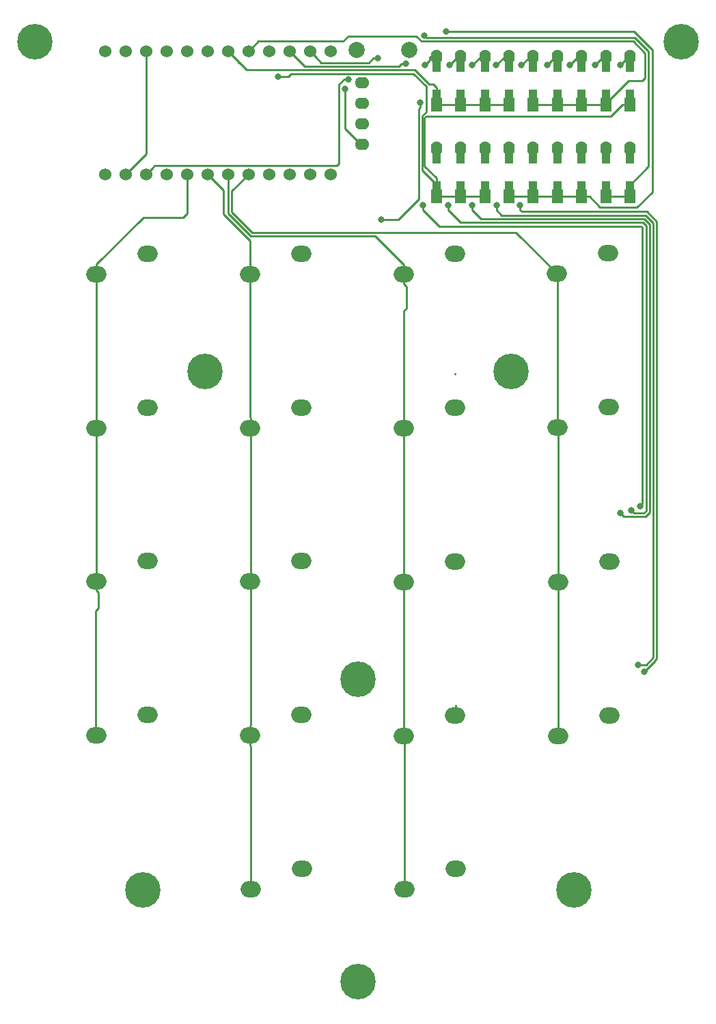
<source format=gbl>
G04 #@! TF.GenerationSoftware,KiCad,Pcbnew,(5.1.4)-1*
G04 #@! TF.CreationDate,2022-04-16T10:18:07+02:00*
G04 #@! TF.ProjectId,cici,63696369-2e6b-4696-9361-645f70636258,rev?*
G04 #@! TF.SameCoordinates,Original*
G04 #@! TF.FileFunction,Copper,L2,Bot*
G04 #@! TF.FilePolarity,Positive*
%FSLAX46Y46*%
G04 Gerber Fmt 4.6, Leading zero omitted, Abs format (unit mm)*
G04 Created by KiCad (PCBNEW (5.1.4)-1) date 2022-04-16 10:18:07*
%MOMM*%
%LPD*%
G04 APERTURE LIST*
%ADD10R,1.000000X1.400000*%
%ADD11O,1.397000X1.778000*%
%ADD12R,1.397000X1.778000*%
%ADD13C,4.400000*%
%ADD14O,2.500000X2.000000*%
%ADD15C,2.000000*%
%ADD16C,1.524000*%
%ADD17O,1.778000X1.397000*%
%ADD18C,0.800000*%
%ADD19C,0.250000*%
G04 APERTURE END LIST*
D10*
X106825000Y-33075000D03*
X106825000Y-36625000D03*
D11*
X106825000Y-31850000D03*
D12*
X106825000Y-37850000D03*
D13*
X94130000Y-146390000D03*
X134140000Y-30050000D03*
X54060000Y-30050000D03*
X120850000Y-135000000D03*
X67410000Y-135000000D03*
X94130000Y-108950000D03*
X113080000Y-70830000D03*
X75140000Y-70840000D03*
D14*
X106190000Y-132420000D03*
X99840000Y-134960000D03*
X87140000Y-132420000D03*
X80790000Y-134960000D03*
X125265000Y-113395000D03*
X118915000Y-115935000D03*
X106170000Y-113390000D03*
X99820000Y-115930000D03*
X87120000Y-113370000D03*
X80770000Y-115910000D03*
X68065000Y-113370000D03*
X61715000Y-115910000D03*
X125265000Y-94345000D03*
X118915000Y-96885000D03*
X106115000Y-94345000D03*
X99765000Y-96885000D03*
X87100000Y-94320000D03*
X80750000Y-96860000D03*
X68070000Y-94320000D03*
X61720000Y-96860000D03*
X125165000Y-75270000D03*
X118815000Y-77810000D03*
X106140000Y-75289000D03*
X99790000Y-77829000D03*
X87090000Y-75290000D03*
X80740000Y-77830000D03*
X68065000Y-75290000D03*
X61715000Y-77830000D03*
X125140000Y-56200000D03*
X118790000Y-58740000D03*
X106140000Y-56245000D03*
X99790000Y-58785000D03*
X87090000Y-56245000D03*
X80740000Y-58785000D03*
X68065000Y-56245000D03*
X61715000Y-58785000D03*
D15*
X100440000Y-31020000D03*
X93940000Y-31020000D03*
D10*
X109825000Y-44425000D03*
X109825000Y-47975000D03*
D11*
X109825000Y-43200000D03*
D12*
X109825000Y-49200000D03*
D16*
X62747000Y-46433600D03*
X65287000Y-46433600D03*
X67827000Y-46433600D03*
X70367000Y-46433600D03*
X72907000Y-46433600D03*
X75447000Y-46433600D03*
X77987000Y-46433600D03*
X80527000Y-46433600D03*
X83067000Y-46433600D03*
X85607000Y-46433600D03*
X88147000Y-46433600D03*
X90687000Y-46433600D03*
X90687000Y-31213600D03*
X88147000Y-31213600D03*
X85607000Y-31213600D03*
X83067000Y-31213600D03*
X80527000Y-31213600D03*
X77987000Y-31213600D03*
X75447000Y-31213600D03*
X72907000Y-31213600D03*
X70367000Y-31213600D03*
X67827000Y-31213600D03*
X65287000Y-31213600D03*
X62747000Y-31213600D03*
D17*
X94625000Y-35080000D03*
X94625000Y-37620000D03*
X94625000Y-40160000D03*
X94625000Y-42700000D03*
D10*
X127825000Y-44425000D03*
X127825000Y-47975000D03*
D11*
X127825000Y-43200000D03*
D12*
X127825000Y-49200000D03*
D10*
X124825000Y-44425000D03*
X124825000Y-47975000D03*
D11*
X124825000Y-43200000D03*
D12*
X124825000Y-49200000D03*
D10*
X121825000Y-44425000D03*
X121825000Y-47975000D03*
D11*
X121825000Y-43200000D03*
D12*
X121825000Y-49200000D03*
D10*
X118825000Y-44425000D03*
X118825000Y-47975000D03*
D11*
X118825000Y-43200000D03*
D12*
X118825000Y-49200000D03*
D10*
X115825000Y-44425000D03*
X115825000Y-47975000D03*
D11*
X115825000Y-43200000D03*
D12*
X115825000Y-49200000D03*
D10*
X112825000Y-44425000D03*
X112825000Y-47975000D03*
D11*
X112825000Y-43200000D03*
D12*
X112825000Y-49200000D03*
D10*
X106825000Y-44425000D03*
X106825000Y-47975000D03*
D11*
X106825000Y-43200000D03*
D12*
X106825000Y-49200000D03*
D10*
X103825000Y-44425000D03*
X103825000Y-47975000D03*
D11*
X103825000Y-43200000D03*
D12*
X103825000Y-49200000D03*
D10*
X127825000Y-33075000D03*
X127825000Y-36625000D03*
D11*
X127825000Y-31850000D03*
D12*
X127825000Y-37850000D03*
D10*
X124825000Y-33075000D03*
X124825000Y-36625000D03*
D11*
X124825000Y-31850000D03*
D12*
X124825000Y-37850000D03*
D10*
X121825000Y-33075000D03*
X121825000Y-36625000D03*
D11*
X121825000Y-31850000D03*
D12*
X121825000Y-37850000D03*
D10*
X118825000Y-33075000D03*
X118825000Y-36625000D03*
D11*
X118825000Y-31850000D03*
D12*
X118825000Y-37850000D03*
D10*
X115825000Y-33075000D03*
X115825000Y-36625000D03*
D11*
X115825000Y-31850000D03*
D12*
X115825000Y-37850000D03*
D10*
X112825000Y-33075000D03*
X112825000Y-36625000D03*
D11*
X112825000Y-31850000D03*
D12*
X112825000Y-37850000D03*
D10*
X109825000Y-33075000D03*
X109825000Y-36625000D03*
D11*
X109825000Y-31850000D03*
D12*
X109825000Y-37850000D03*
D10*
X103825000Y-33075000D03*
X103825000Y-36625000D03*
D11*
X103825000Y-31850000D03*
D12*
X103825000Y-37850000D03*
D18*
X102400000Y-32925000D03*
X96949980Y-52025000D03*
X101825000Y-37570000D03*
X105425000Y-32925000D03*
X108275000Y-32925000D03*
X111200000Y-32925000D03*
X114350000Y-32925000D03*
X117525000Y-32925000D03*
X120325000Y-32925000D03*
X123450000Y-32925000D03*
X126600000Y-32925000D03*
X84225000Y-34350000D03*
X102175000Y-50275000D03*
X129075011Y-87500000D03*
X105250000Y-50275000D03*
X128005849Y-88021668D03*
X108225000Y-50275000D03*
X126600743Y-88400020D03*
X111275000Y-50275000D03*
X128790000Y-107150000D03*
X105000000Y-28799989D03*
X100060000Y-32770000D03*
X114200000Y-50275000D03*
X129570000Y-108005000D03*
X96560000Y-32080000D03*
X102287653Y-29249999D03*
X92499001Y-35850000D03*
X92949010Y-34700031D03*
D19*
X103825000Y-31850000D02*
X103025000Y-31850000D01*
X103025000Y-32300000D02*
X102400000Y-32925000D01*
X103025000Y-31850000D02*
X103025000Y-32300000D01*
X103825000Y-31850000D02*
X103825000Y-33075000D01*
X101633381Y-39020209D02*
X101626471Y-39027119D01*
X97515665Y-52025000D02*
X96949980Y-52025000D01*
X99115000Y-52025000D02*
X97515665Y-52025000D01*
X101626471Y-49513529D02*
X99115000Y-52025000D01*
X101626471Y-38334214D02*
X101626471Y-39293529D01*
X101825000Y-38135685D02*
X101626471Y-38334214D01*
X101825000Y-37570000D02*
X101825000Y-38135685D01*
X101626471Y-39027119D02*
X101626471Y-39293529D01*
X101626471Y-39293529D02*
X101626471Y-49513529D01*
X103825000Y-37850000D02*
X106825000Y-37850000D01*
X107773500Y-37850000D02*
X109825000Y-37850000D01*
X106825000Y-37850000D02*
X107773500Y-37850000D01*
X110773500Y-37850000D02*
X112825000Y-37850000D01*
X109825000Y-37850000D02*
X110773500Y-37850000D01*
X112825000Y-37850000D02*
X112825000Y-37659500D01*
X79398401Y-32625001D02*
X78748999Y-31975599D01*
X78748999Y-31975599D02*
X77987000Y-31213600D01*
X112825000Y-37850000D02*
X112825000Y-36625000D01*
X109825000Y-37850000D02*
X109825000Y-36625000D01*
X106825000Y-37850000D02*
X106825000Y-36625000D01*
X103825000Y-37850000D02*
X103825000Y-36625000D01*
X80298421Y-33525021D02*
X78748999Y-31975599D01*
X101161369Y-33525021D02*
X80298421Y-33525021D01*
X103825000Y-35675000D02*
X103825000Y-36625000D01*
X103421826Y-35271826D02*
X103825000Y-35675000D01*
X102908174Y-35271826D02*
X103421826Y-35271826D01*
X102908174Y-35271826D02*
X101161369Y-33525021D01*
X106825000Y-31850000D02*
X106375000Y-31850000D01*
X106500000Y-31850000D02*
X105425000Y-32925000D01*
X106825000Y-31850000D02*
X106500000Y-31850000D01*
X106825000Y-31850000D02*
X106825000Y-33075000D01*
X109825000Y-31850000D02*
X109400000Y-31850000D01*
X109350000Y-31850000D02*
X108275000Y-32925000D01*
X109825000Y-31850000D02*
X109350000Y-31850000D01*
X109825000Y-31850000D02*
X109825000Y-33075000D01*
X112825000Y-31850000D02*
X112300000Y-31850000D01*
X112275000Y-31850000D02*
X111200000Y-32925000D01*
X112825000Y-31850000D02*
X112275000Y-31850000D01*
X112825000Y-31850000D02*
X112825000Y-33075000D01*
X115825000Y-31850000D02*
X115400000Y-31850000D01*
X115425000Y-31850000D02*
X114350000Y-32925000D01*
X115825000Y-31850000D02*
X115425000Y-31850000D01*
X115825000Y-31850000D02*
X115825000Y-33075000D01*
X116773500Y-37850000D02*
X118825000Y-37850000D01*
X115825000Y-37850000D02*
X116773500Y-37850000D01*
X119773500Y-37850000D02*
X121825000Y-37850000D01*
X118825000Y-37850000D02*
X119773500Y-37850000D01*
X122773500Y-37850000D02*
X124825000Y-37850000D01*
X121825000Y-37850000D02*
X122773500Y-37850000D01*
X124825000Y-37850000D02*
X124825000Y-36625000D01*
X121825000Y-37850000D02*
X121825000Y-36625000D01*
X118825000Y-37850000D02*
X118825000Y-36625000D01*
X115825000Y-37850000D02*
X115825000Y-36625000D01*
X81765601Y-29974999D02*
X80527000Y-31213600D01*
X92265001Y-29974999D02*
X81765601Y-29974999D01*
X92920000Y-29320000D02*
X92265001Y-29974999D01*
X101320000Y-29320000D02*
X92920000Y-29320000D01*
X101974998Y-29974998D02*
X101320000Y-29320000D01*
X128224370Y-29974999D02*
X101974998Y-29974998D01*
X124825000Y-37659500D02*
X127609500Y-34875000D01*
X127609500Y-34875000D02*
X129336410Y-34875000D01*
X129336410Y-34875000D02*
X129675010Y-34536400D01*
X129675010Y-34536400D02*
X129675009Y-31425638D01*
X124825000Y-37850000D02*
X124825000Y-37659500D01*
X129675009Y-31425638D02*
X128224370Y-29974999D01*
X118825000Y-31850000D02*
X118475000Y-31850000D01*
X118600000Y-31850000D02*
X117525000Y-32925000D01*
X118825000Y-31850000D02*
X118600000Y-31850000D01*
X118825000Y-31850000D02*
X118825000Y-33075000D01*
X121825000Y-31850000D02*
X121425000Y-31850000D01*
X106100000Y-71100000D02*
X106100000Y-71175000D01*
X121400000Y-31850000D02*
X120325000Y-32925000D01*
X121825000Y-31850000D02*
X121400000Y-31850000D01*
X121825000Y-31850000D02*
X121825000Y-33075000D01*
X124525000Y-31850000D02*
X123450000Y-32925000D01*
X124825000Y-31850000D02*
X124525000Y-31850000D01*
X124825000Y-31850000D02*
X124825000Y-33075000D01*
X127825000Y-31850000D02*
X127525000Y-31850000D01*
X127675000Y-31850000D02*
X126600000Y-32925000D01*
X127825000Y-31850000D02*
X127675000Y-31850000D01*
X127825000Y-31850000D02*
X127825000Y-33075000D01*
X103825000Y-47900000D02*
X103825000Y-47709500D01*
X103825000Y-49200000D02*
X103825000Y-46875000D01*
X104773500Y-49200000D02*
X106825000Y-49200000D01*
X103825000Y-49200000D02*
X104773500Y-49200000D01*
X106825000Y-49200000D02*
X109825000Y-49200000D01*
X100724969Y-33975031D02*
X99714969Y-33975031D01*
X84225000Y-34350000D02*
X85445031Y-34350000D01*
X85820000Y-33975031D02*
X93004969Y-33975031D01*
X85445031Y-34350000D02*
X85820000Y-33975031D01*
X93004969Y-33975031D02*
X100724969Y-33975031D01*
X127825000Y-37850000D02*
X126876500Y-37850000D01*
X126876500Y-37850000D02*
X125475750Y-39250750D01*
X127825000Y-37850000D02*
X127825000Y-36625000D01*
X106825000Y-49200000D02*
X106825000Y-47975000D01*
X109825000Y-49200000D02*
X109825000Y-47975000D01*
X102360000Y-39431500D02*
X102540750Y-39250750D01*
X102360000Y-45410000D02*
X102360000Y-39431500D01*
X102540750Y-39250750D02*
X125475750Y-39250750D01*
X103825000Y-46875000D02*
X102360000Y-45410000D01*
X100974969Y-33975031D02*
X100724969Y-33975031D01*
X103825000Y-49200000D02*
X103825000Y-47722039D01*
X103825000Y-47722039D02*
X102076481Y-45973519D01*
X102076481Y-45973519D02*
X102076481Y-39213519D01*
X102076481Y-39213519D02*
X102550000Y-38740000D01*
X102550000Y-38740000D02*
X102550000Y-35550062D01*
X102550000Y-35550062D02*
X100974969Y-33975031D01*
X129200000Y-52850000D02*
X129350001Y-53000001D01*
X104800000Y-52850000D02*
X105200000Y-52850000D01*
X105200000Y-52850000D02*
X129200000Y-52850000D01*
X129350001Y-53000001D02*
X129350001Y-87225010D01*
X129350001Y-87225010D02*
X129075011Y-87500000D01*
X104184315Y-52850000D02*
X105200000Y-52850000D01*
X102175000Y-50840685D02*
X104184315Y-52850000D01*
X102175000Y-50275000D02*
X102175000Y-50840685D01*
X103825000Y-43200000D02*
X103825000Y-44425000D01*
X106825000Y-43200000D02*
X106825000Y-43390500D01*
X106825000Y-43200000D02*
X106825000Y-44425000D01*
X128351988Y-88367807D02*
X128005849Y-88021668D01*
X129543605Y-88367807D02*
X128351988Y-88367807D01*
X105250000Y-50275000D02*
X105250000Y-50840685D01*
X105250000Y-50840685D02*
X106809305Y-52399990D01*
X106809305Y-52399990D02*
X129386400Y-52399990D01*
X129800011Y-52813601D02*
X129800010Y-88111402D01*
X129386400Y-52399990D02*
X129800011Y-52813601D01*
X129800010Y-88111402D02*
X129543605Y-88367807D01*
X130250020Y-52627202D02*
X130250019Y-88297803D01*
X109825000Y-43200000D02*
X109825000Y-43390500D01*
X129572800Y-51949982D02*
X130250020Y-52627202D01*
X129572800Y-51949980D02*
X129572800Y-51949982D01*
X129572800Y-51949980D02*
X124399980Y-51949980D01*
X124399980Y-51949980D02*
X124325000Y-51949980D01*
X127018540Y-88817817D02*
X126600743Y-88400020D01*
X130250019Y-88297803D02*
X129730005Y-88817817D01*
X129730005Y-88817817D02*
X127018540Y-88817817D01*
X109825000Y-43200000D02*
X109825000Y-44425000D01*
X109334295Y-51949980D02*
X112380020Y-51949980D01*
X108225000Y-50840685D02*
X109334295Y-51949980D01*
X108225000Y-50275000D02*
X108225000Y-50840685D01*
X112380020Y-51949980D02*
X124399980Y-51949980D01*
X112825000Y-43200000D02*
X112825000Y-44339000D01*
X129759203Y-51499975D02*
X130700030Y-52440802D01*
X129759203Y-51499975D02*
X124550000Y-51499975D01*
X112034285Y-51499970D02*
X124138600Y-51499970D01*
X124138600Y-51499970D02*
X125050000Y-51499970D01*
X130700030Y-52440802D02*
X130700030Y-106010030D01*
X130700030Y-106010030D02*
X130700030Y-106238560D01*
X130700030Y-106238560D02*
X129818590Y-107120000D01*
X129818590Y-107120000D02*
X128820000Y-107120000D01*
X128820000Y-107120000D02*
X128790000Y-107150000D01*
X111934285Y-51499970D02*
X112730030Y-51499970D01*
X111275000Y-50840685D02*
X111934285Y-51499970D01*
X111275000Y-50275000D02*
X111275000Y-50840685D01*
X112730030Y-51499970D02*
X113500000Y-51499970D01*
X112825000Y-43200000D02*
X112825000Y-44425000D01*
X128322180Y-28799989D02*
X105000000Y-28799989D01*
X130575027Y-31052836D02*
X128322180Y-28799989D01*
X86368999Y-31975599D02*
X85607000Y-31213600D01*
X87468411Y-33075011D02*
X86368999Y-31975599D01*
X130575027Y-42349973D02*
X130575027Y-41925027D01*
X113773500Y-49200000D02*
X115825000Y-49200000D01*
X112825000Y-49200000D02*
X113773500Y-49200000D01*
X116773500Y-49200000D02*
X118825000Y-49200000D01*
X115825000Y-49200000D02*
X116773500Y-49200000D01*
X118825000Y-49200000D02*
X121825000Y-49200000D01*
X122773500Y-49200000D02*
X124123500Y-50550000D01*
X121825000Y-49200000D02*
X122773500Y-49200000D01*
X130575027Y-48622475D02*
X130575027Y-40774973D01*
X128647502Y-50550000D02*
X130575027Y-48622475D01*
X124123500Y-50550000D02*
X128647502Y-50550000D01*
X130575027Y-41925027D02*
X130575027Y-40774973D01*
X130575027Y-40774973D02*
X130575027Y-31052836D01*
X96149989Y-33075011D02*
X95749989Y-33075011D01*
X95749989Y-33075011D02*
X87468411Y-33075011D01*
X99189304Y-33075011D02*
X96534989Y-33075011D01*
X99494315Y-32770000D02*
X99189304Y-33075011D01*
X100060000Y-32770000D02*
X99494315Y-32770000D01*
X96884304Y-33075011D02*
X96534989Y-33075011D01*
X96534989Y-33075011D02*
X95749989Y-33075011D01*
X112825000Y-49200000D02*
X112825000Y-47975000D01*
X115825000Y-49200000D02*
X115825000Y-47975000D01*
X118825000Y-49200000D02*
X118825000Y-47975000D01*
X121825000Y-49200000D02*
X121825000Y-47975000D01*
X114759279Y-51049964D02*
X115100036Y-51049964D01*
X114584279Y-51049964D02*
X115100036Y-51049964D01*
X130938629Y-106636371D02*
X129570000Y-108005000D01*
X129945604Y-51049966D02*
X115100036Y-51049964D01*
X131150040Y-106424960D02*
X131150040Y-52254402D01*
X129570000Y-108005000D02*
X131150040Y-106424960D01*
X129945604Y-51049966D02*
X129790035Y-51049966D01*
X131150040Y-52254402D02*
X129945604Y-51049966D01*
X114409279Y-51049964D02*
X114584279Y-51049964D01*
X114200000Y-50840685D02*
X114409279Y-51049964D01*
X114200000Y-50275000D02*
X114200000Y-50840685D01*
X115825000Y-43200000D02*
X115825000Y-44425000D01*
X106240000Y-112170000D02*
X106225000Y-112155000D01*
X106240000Y-113420000D02*
X106240000Y-112170000D01*
X118825000Y-43200000D02*
X118825000Y-44425000D01*
X121825000Y-43200000D02*
X121825000Y-44425000D01*
X124825000Y-43200000D02*
X124825000Y-44425000D01*
X130125018Y-31239237D02*
X128410770Y-29524989D01*
X130125019Y-34722799D02*
X130125018Y-31239237D01*
X126876500Y-49200000D02*
X124825000Y-49200000D01*
X127825000Y-49200000D02*
X126876500Y-49200000D01*
X88908999Y-31975599D02*
X88147000Y-31213600D01*
X89558401Y-32625001D02*
X88908999Y-31975599D01*
X104654989Y-29524989D02*
X104404989Y-29524989D01*
X128410770Y-29524989D02*
X104654989Y-29524989D01*
X95449314Y-32625001D02*
X93964999Y-32625001D01*
X95994315Y-32080000D02*
X95449314Y-32625001D01*
X96560000Y-32080000D02*
X95994315Y-32080000D01*
X94774999Y-32625001D02*
X93964999Y-32625001D01*
X93964999Y-32625001D02*
X89558401Y-32625001D01*
X124825000Y-49200000D02*
X124825000Y-47975000D01*
X127825000Y-49200000D02*
X127825000Y-47975000D01*
X130125019Y-44045019D02*
X130125019Y-34349999D01*
X130125019Y-45474981D02*
X130125019Y-44045019D01*
X127825000Y-47775000D02*
X130125019Y-45474981D01*
X127825000Y-47975000D02*
X127825000Y-47775000D01*
X104404989Y-29524989D02*
X102562643Y-29524989D01*
X102562643Y-29524989D02*
X102287653Y-29249999D01*
X127825000Y-43200000D02*
X127825000Y-44425000D01*
X67827000Y-43893600D02*
X65287000Y-46433600D01*
X67827000Y-31213600D02*
X67827000Y-43893600D01*
X94434500Y-42700000D02*
X94625000Y-42700000D01*
X92499001Y-40764501D02*
X94434500Y-42700000D01*
X92499001Y-35850000D02*
X92499001Y-40764501D01*
X61725000Y-66600000D02*
X61725000Y-77800000D01*
X61725000Y-58775000D02*
X61725000Y-65125000D01*
X61725000Y-65125000D02*
X61725000Y-66600000D01*
X72907000Y-51243000D02*
X72907000Y-46433600D01*
X72400000Y-51750000D02*
X72907000Y-51243000D01*
X67500000Y-51750000D02*
X72400000Y-51750000D01*
X61715000Y-58785000D02*
X61715000Y-57535000D01*
X61715000Y-57535000D02*
X67500000Y-51750000D01*
X61690000Y-96860000D02*
X61690000Y-97910000D01*
X61690000Y-97910000D02*
X61925000Y-98145000D01*
X61595001Y-100479999D02*
X61595001Y-115770001D01*
X61925000Y-100150000D02*
X61925000Y-98145000D01*
X61595001Y-100479999D02*
X61925000Y-100150000D01*
X61690000Y-95610000D02*
X61690000Y-96860000D01*
X61720001Y-95579999D02*
X61690000Y-95610000D01*
X61720001Y-79737999D02*
X61720001Y-95579999D01*
X61715000Y-79732998D02*
X61720001Y-79737999D01*
X61715000Y-77810000D02*
X61715000Y-79732998D01*
X80750000Y-58775000D02*
X80750000Y-54661600D01*
X77444200Y-48430800D02*
X75447000Y-46433600D01*
X77444200Y-51355800D02*
X77444200Y-48430800D01*
X80750000Y-54661600D02*
X77444200Y-51355800D01*
X80790000Y-133710000D02*
X80790000Y-134960000D01*
X80790000Y-117210000D02*
X80790000Y-133710000D01*
X80740000Y-117160000D02*
X80790000Y-117210000D01*
X80740000Y-115910000D02*
X80740000Y-117160000D01*
X80790000Y-98110000D02*
X80790000Y-96860000D01*
X80795001Y-98115001D02*
X80790000Y-98110000D01*
X80795001Y-114604999D02*
X80795001Y-98115001D01*
X80740000Y-114660000D02*
X80795001Y-114604999D01*
X80740000Y-115910000D02*
X80740000Y-114660000D01*
X80790000Y-79060000D02*
X80790000Y-77810000D01*
X80795001Y-79065001D02*
X80790000Y-79060000D01*
X80795001Y-95604999D02*
X80795001Y-79065001D01*
X80790000Y-95610000D02*
X80795001Y-95604999D01*
X80790000Y-96860000D02*
X80790000Y-95610000D01*
X80740000Y-60035000D02*
X80740000Y-58785000D01*
X80745001Y-60040001D02*
X80740000Y-60035000D01*
X80745001Y-76515001D02*
X80745001Y-60040001D01*
X80790000Y-76560000D02*
X80745001Y-76515001D01*
X80790000Y-77810000D02*
X80790000Y-76560000D01*
X77987000Y-51262190D02*
X77987000Y-46433600D01*
X80824810Y-54100000D02*
X77987000Y-51262190D01*
X96250000Y-54100000D02*
X80824810Y-54100000D01*
X99775000Y-57625000D02*
X96250000Y-54100000D01*
X99775000Y-58775000D02*
X99775000Y-57625000D01*
X99890000Y-117210000D02*
X99890000Y-115960000D01*
X99895001Y-117215001D02*
X99890000Y-117210000D01*
X99895001Y-133704999D02*
X99895001Y-117215001D01*
X99890000Y-133710000D02*
X99895001Y-133704999D01*
X99890000Y-134960000D02*
X99890000Y-133710000D01*
X99770001Y-98140001D02*
X99765000Y-98135000D01*
X99790000Y-79060000D02*
X99790000Y-77810000D01*
X99795001Y-79065001D02*
X99790000Y-79060000D01*
X99795001Y-95604999D02*
X99795001Y-79065001D01*
X99765000Y-95635000D02*
X99795001Y-95604999D01*
X99765000Y-96885000D02*
X99765000Y-95635000D01*
X99790000Y-58810000D02*
X99765000Y-58785000D01*
X99820000Y-114680000D02*
X99820000Y-115930000D01*
X99820000Y-98190000D02*
X99820000Y-114680000D01*
X99765000Y-98135000D02*
X99820000Y-98190000D01*
X99765000Y-96885000D02*
X99765000Y-98135000D01*
X99790000Y-60035000D02*
X100100000Y-60345000D01*
X99790000Y-58785000D02*
X99790000Y-60035000D01*
X100100000Y-63010000D02*
X99790000Y-63320000D01*
X100100000Y-60345000D02*
X100100000Y-63010000D01*
X99790000Y-77810000D02*
X99790000Y-63320000D01*
X78437010Y-48523590D02*
X80527000Y-46433600D01*
X78437010Y-51075790D02*
X78437010Y-48523590D01*
X81011210Y-53649990D02*
X78437010Y-51075790D01*
X113674990Y-53649990D02*
X81011210Y-53649990D01*
X118915000Y-98135000D02*
X118915000Y-96885000D01*
X118920001Y-98140001D02*
X118915000Y-98135000D01*
X118920001Y-114679999D02*
X118920001Y-98140001D01*
X118915000Y-114685000D02*
X118920001Y-114679999D01*
X118915000Y-115935000D02*
X118915000Y-114685000D01*
X118915000Y-77910000D02*
X118815000Y-77810000D01*
X118915000Y-96885000D02*
X118915000Y-77910000D01*
X118815000Y-58790000D02*
X118542500Y-58517500D01*
X118815000Y-77810000D02*
X118815000Y-58790000D01*
X118800000Y-58775000D02*
X118542500Y-58517500D01*
X118542500Y-58517500D02*
X113674990Y-53649990D01*
X68588999Y-45671601D02*
X67827000Y-46433600D01*
X92949010Y-34700031D02*
X92383325Y-34700031D01*
X92383325Y-34700031D02*
X91774000Y-35309356D01*
X91774000Y-45094000D02*
X91521401Y-45346599D01*
X91774000Y-35309356D02*
X91774000Y-45094000D01*
X91521401Y-45346599D02*
X68914001Y-45346599D01*
X68914001Y-45346599D02*
X68588999Y-45671601D01*
M02*

</source>
